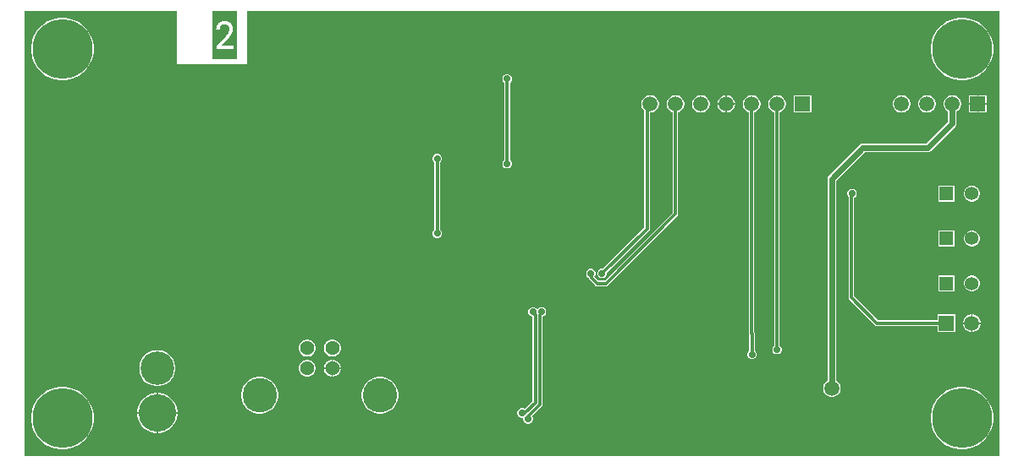
<source format=gbl>
G04*
G04 #@! TF.GenerationSoftware,Altium Limited,Altium Designer,22.11.1 (43)*
G04*
G04 Layer_Physical_Order=2*
G04 Layer_Color=16711680*
%FSLAX25Y25*%
%MOIN*%
G70*
G04*
G04 #@! TF.SameCoordinates,20756010-ACC5-4C0E-8554-74307577B851*
G04*
G04*
G04 #@! TF.FilePolarity,Positive*
G04*
G01*
G75*
%ADD10C,0.01181*%
%ADD14C,0.02362*%
%ADD56C,0.14823*%
%ADD57C,0.13228*%
%ADD58R,0.05906X0.05906*%
%ADD59C,0.05906*%
%ADD60R,0.05347X0.05347*%
%ADD61C,0.05347*%
%ADD62C,0.23622*%
%ADD63C,0.05634*%
%ADD64C,0.13583*%
%ADD65C,0.02756*%
G36*
X385024Y803D02*
X803D01*
Y176363D01*
X61024D01*
Y155512D01*
X88583D01*
Y176363D01*
X385024D01*
Y803D01*
D02*
G37*
G36*
X84646Y157480D02*
X74803D01*
Y176378D01*
X84646D01*
Y157480D01*
D02*
G37*
%LPC*%
G36*
X371048Y173728D02*
X369110D01*
X367196Y173425D01*
X365353Y172826D01*
X363626Y171947D01*
X362059Y170808D01*
X360688Y169437D01*
X359549Y167870D01*
X358670Y166143D01*
X358071Y164300D01*
X357768Y162386D01*
Y160448D01*
X358071Y158535D01*
X358670Y156692D01*
X359549Y154965D01*
X360688Y153397D01*
X362059Y152027D01*
X363626Y150888D01*
X365353Y150008D01*
X367196Y149409D01*
X369110Y149106D01*
X371048D01*
X372962Y149409D01*
X374804Y150008D01*
X376531Y150888D01*
X378099Y152027D01*
X379469Y153397D01*
X380608Y154965D01*
X381488Y156692D01*
X382087Y158535D01*
X382390Y160448D01*
Y162386D01*
X382087Y164300D01*
X381488Y166143D01*
X380608Y167870D01*
X379469Y169437D01*
X378099Y170808D01*
X376531Y171947D01*
X374804Y172826D01*
X372962Y173425D01*
X371048Y173728D01*
D02*
G37*
G36*
X16717D02*
X14779D01*
X12865Y173425D01*
X11022Y172826D01*
X9296Y171947D01*
X7728Y170808D01*
X6358Y169437D01*
X5219Y167870D01*
X4339Y166143D01*
X3740Y164300D01*
X3437Y162386D01*
Y160448D01*
X3740Y158535D01*
X4339Y156692D01*
X5219Y154965D01*
X6358Y153397D01*
X7728Y152027D01*
X9296Y150888D01*
X11022Y150008D01*
X12865Y149409D01*
X14779Y149106D01*
X16717D01*
X18631Y149409D01*
X20474Y150008D01*
X22200Y150888D01*
X23768Y152027D01*
X25138Y153397D01*
X26277Y154965D01*
X27157Y156692D01*
X27756Y158535D01*
X28059Y160448D01*
Y162386D01*
X27756Y164300D01*
X27157Y166143D01*
X26277Y167870D01*
X25138Y169437D01*
X23768Y170808D01*
X22200Y171947D01*
X20474Y172826D01*
X18631Y173425D01*
X16717Y173728D01*
D02*
G37*
G36*
X379752Y143217D02*
X376549D01*
Y140014D01*
X379752D01*
Y143217D01*
D02*
G37*
G36*
X277699D02*
X277494D01*
Y140014D01*
X280697D01*
Y140218D01*
X280462Y141096D01*
X280007Y141884D01*
X279364Y142527D01*
X278577Y142981D01*
X277699Y143217D01*
D02*
G37*
G36*
X376049D02*
X372847D01*
Y140014D01*
X376049D01*
Y143217D01*
D02*
G37*
G36*
X276994D02*
X276789D01*
X275911Y142981D01*
X275124Y142527D01*
X274481Y141884D01*
X274027Y141096D01*
X273791Y140218D01*
Y140014D01*
X276994D01*
Y143217D01*
D02*
G37*
G36*
X379752Y139514D02*
X376549D01*
Y136311D01*
X379752D01*
Y139514D01*
D02*
G37*
G36*
X376049D02*
X372847D01*
Y136311D01*
X376049D01*
Y139514D01*
D02*
G37*
G36*
X356754Y143217D02*
X355845D01*
X354966Y142981D01*
X354179Y142527D01*
X353536Y141884D01*
X353082Y141096D01*
X352847Y140218D01*
Y139309D01*
X353082Y138431D01*
X353536Y137644D01*
X354179Y137001D01*
X354966Y136546D01*
X355845Y136311D01*
X356754D01*
X357632Y136546D01*
X358419Y137001D01*
X359062Y137644D01*
X359517Y138431D01*
X359752Y139309D01*
Y140218D01*
X359517Y141096D01*
X359062Y141884D01*
X358419Y142527D01*
X357632Y142981D01*
X356754Y143217D01*
D02*
G37*
G36*
X346754D02*
X345845D01*
X344967Y142981D01*
X344179Y142527D01*
X343536Y141884D01*
X343082Y141096D01*
X342846Y140218D01*
Y139309D01*
X343082Y138431D01*
X343536Y137644D01*
X344179Y137001D01*
X344967Y136546D01*
X345845Y136311D01*
X346754D01*
X347632Y136546D01*
X348419Y137001D01*
X349062Y137644D01*
X349517Y138431D01*
X349752Y139309D01*
Y140218D01*
X349517Y141096D01*
X349062Y141884D01*
X348419Y142527D01*
X347632Y142981D01*
X346754Y143217D01*
D02*
G37*
G36*
X310697D02*
X303791D01*
Y136311D01*
X310697D01*
Y143217D01*
D02*
G37*
G36*
X280697Y139514D02*
X277494D01*
Y136311D01*
X277699D01*
X278577Y136546D01*
X279364Y137001D01*
X280007Y137644D01*
X280462Y138431D01*
X280697Y139309D01*
Y139514D01*
D02*
G37*
G36*
X276994D02*
X273791D01*
Y139309D01*
X274027Y138431D01*
X274481Y137644D01*
X275124Y137001D01*
X275911Y136546D01*
X276789Y136311D01*
X276994D01*
Y139514D01*
D02*
G37*
G36*
X267699Y143217D02*
X266790D01*
X265911Y142981D01*
X265124Y142527D01*
X264481Y141884D01*
X264027Y141096D01*
X263791Y140218D01*
Y139309D01*
X264027Y138431D01*
X264481Y137644D01*
X265124Y137001D01*
X265911Y136546D01*
X266790Y136311D01*
X267699D01*
X268577Y136546D01*
X269364Y137001D01*
X270007Y137644D01*
X270462Y138431D01*
X270697Y139309D01*
Y140218D01*
X270462Y141096D01*
X270007Y141884D01*
X269364Y142527D01*
X268577Y142981D01*
X267699Y143217D01*
D02*
G37*
G36*
X191318Y151484D02*
X190571D01*
X189881Y151198D01*
X189353Y150670D01*
X189067Y149980D01*
Y149233D01*
X189353Y148542D01*
X189833Y148062D01*
Y117686D01*
X189353Y117206D01*
X189067Y116515D01*
Y115768D01*
X189353Y115078D01*
X189881Y114550D01*
X190571Y114264D01*
X191318D01*
X192009Y114550D01*
X192537Y115078D01*
X192823Y115768D01*
Y116515D01*
X192537Y117206D01*
X192057Y117686D01*
Y148062D01*
X192537Y148542D01*
X192823Y149233D01*
Y149980D01*
X192537Y150670D01*
X192009Y151198D01*
X191318Y151484D01*
D02*
G37*
G36*
X374433Y107504D02*
X373598D01*
X372791Y107288D01*
X372067Y106870D01*
X371477Y106279D01*
X371059Y105555D01*
X370843Y104748D01*
Y103913D01*
X371059Y103106D01*
X371477Y102382D01*
X372067Y101792D01*
X372791Y101374D01*
X373598Y101157D01*
X374433D01*
X375241Y101374D01*
X375964Y101792D01*
X376555Y102382D01*
X376973Y103106D01*
X377189Y103913D01*
Y104748D01*
X376973Y105555D01*
X376555Y106279D01*
X375964Y106870D01*
X375241Y107288D01*
X374433Y107504D01*
D02*
G37*
G36*
X367189D02*
X360842D01*
Y101157D01*
X367189D01*
Y107504D01*
D02*
G37*
G36*
X163759Y119988D02*
X163012D01*
X162322Y119702D01*
X161794Y119174D01*
X161508Y118484D01*
Y117737D01*
X161794Y117046D01*
X162274Y116566D01*
Y90127D01*
X161794Y89647D01*
X161508Y88956D01*
Y88209D01*
X161794Y87519D01*
X162322Y86991D01*
X163012Y86705D01*
X163759D01*
X164450Y86991D01*
X164978Y87519D01*
X165264Y88209D01*
Y88956D01*
X164978Y89647D01*
X164498Y90127D01*
Y116566D01*
X164978Y117046D01*
X165264Y117737D01*
Y118484D01*
X164978Y119174D01*
X164450Y119702D01*
X163759Y119988D01*
D02*
G37*
G36*
X374433Y89787D02*
X373598D01*
X372791Y89571D01*
X372067Y89153D01*
X371477Y88563D01*
X371059Y87839D01*
X370843Y87032D01*
Y86196D01*
X371059Y85389D01*
X371477Y84666D01*
X372067Y84075D01*
X372791Y83657D01*
X373598Y83441D01*
X374433D01*
X375241Y83657D01*
X375964Y84075D01*
X376555Y84666D01*
X376973Y85389D01*
X377189Y86196D01*
Y87032D01*
X376973Y87839D01*
X376555Y88563D01*
X375964Y89153D01*
X375241Y89571D01*
X374433Y89787D01*
D02*
G37*
G36*
X367189D02*
X360842D01*
Y83441D01*
X367189D01*
Y89787D01*
D02*
G37*
G36*
X247699Y143217D02*
X246790D01*
X245911Y142981D01*
X245124Y142527D01*
X244481Y141884D01*
X244027Y141096D01*
X243791Y140218D01*
Y139309D01*
X244027Y138431D01*
X244481Y137644D01*
X245028Y137097D01*
X244951Y136710D01*
X244951Y136710D01*
Y91012D01*
X228652Y74713D01*
X227973D01*
X227283Y74427D01*
X226754Y73898D01*
X226468Y73208D01*
Y72461D01*
X226754Y71771D01*
X227283Y71243D01*
X227973Y70957D01*
X228720D01*
X229410Y71243D01*
X229939Y71771D01*
X230224Y72461D01*
Y73140D01*
X246849Y89765D01*
X246849Y89765D01*
X247090Y90126D01*
X247175Y90551D01*
X247175Y90551D01*
Y136273D01*
X247200Y136311D01*
X247699D01*
X248577Y136546D01*
X249364Y137001D01*
X250007Y137644D01*
X250462Y138431D01*
X250697Y139309D01*
Y140218D01*
X250462Y141096D01*
X250007Y141884D01*
X249364Y142527D01*
X248577Y142981D01*
X247699Y143217D01*
D02*
G37*
G36*
X257699D02*
X256789D01*
X255911Y142981D01*
X255124Y142527D01*
X254481Y141884D01*
X254027Y141096D01*
X253791Y140218D01*
Y139309D01*
X254027Y138431D01*
X254481Y137644D01*
X255124Y137001D01*
X255911Y136546D01*
X256132Y136487D01*
Y96733D01*
X229408Y70010D01*
X226838D01*
X225323Y71525D01*
Y71592D01*
X225501Y71771D01*
X225787Y72461D01*
Y73208D01*
X225501Y73898D01*
X224973Y74427D01*
X224283Y74713D01*
X223536D01*
X222846Y74427D01*
X222317Y73898D01*
X222031Y73208D01*
Y72461D01*
X222317Y71771D01*
X222846Y71243D01*
X223099Y71138D01*
Y71065D01*
X223099Y71065D01*
X223183Y70639D01*
X223425Y70279D01*
X225592Y68111D01*
X225952Y67870D01*
X226378Y67786D01*
X226378Y67786D01*
X229869D01*
X229869Y67786D01*
X230294Y67870D01*
X230655Y68111D01*
X258030Y95486D01*
X258030Y95486D01*
X258271Y95847D01*
X258356Y96273D01*
Y136487D01*
X258577Y136546D01*
X259364Y137001D01*
X260007Y137644D01*
X260461Y138431D01*
X260697Y139309D01*
Y140218D01*
X260461Y141096D01*
X260007Y141884D01*
X259364Y142527D01*
X258577Y142981D01*
X257699Y143217D01*
D02*
G37*
G36*
X374433Y72071D02*
X373598D01*
X372791Y71855D01*
X372067Y71437D01*
X371477Y70846D01*
X371059Y70122D01*
X370843Y69315D01*
Y68480D01*
X371059Y67673D01*
X371477Y66949D01*
X372067Y66358D01*
X372791Y65941D01*
X373598Y65724D01*
X374433D01*
X375241Y65941D01*
X375964Y66358D01*
X376555Y66949D01*
X376973Y67673D01*
X377189Y68480D01*
Y69315D01*
X376973Y70122D01*
X376555Y70846D01*
X375964Y71437D01*
X375241Y71855D01*
X374433Y72071D01*
D02*
G37*
G36*
X367189D02*
X360842D01*
Y65724D01*
X367189D01*
Y72071D01*
D02*
G37*
G36*
X204852Y59548D02*
X204104D01*
X203414Y59262D01*
X202886Y58734D01*
X202487Y58989D01*
X202287Y59189D01*
X201596Y59475D01*
X200849D01*
X200159Y59189D01*
X199631Y58661D01*
X199345Y57971D01*
Y57224D01*
X199631Y56534D01*
X200159Y56005D01*
X200849Y55719D01*
X200952D01*
Y22277D01*
X197949Y19274D01*
X197914Y19309D01*
X197224Y19594D01*
X196477D01*
X195787Y19309D01*
X195258Y18780D01*
X194973Y18090D01*
Y17343D01*
X195258Y16653D01*
X195787Y16125D01*
X196477Y15839D01*
X196813D01*
X197229Y15793D01*
X197275Y15377D01*
Y15041D01*
X197561Y14351D01*
X198089Y13822D01*
X198779Y13536D01*
X199526D01*
X200217Y13822D01*
X200745Y14351D01*
X201031Y15041D01*
Y15788D01*
X200745Y16478D01*
X200710Y16513D01*
X204531Y20334D01*
X204772Y20695D01*
X204857Y21120D01*
X204857Y21120D01*
Y55795D01*
X205542Y56078D01*
X206070Y56606D01*
X206356Y57297D01*
Y58044D01*
X206070Y58734D01*
X205542Y59262D01*
X204852Y59548D01*
D02*
G37*
G36*
X374470Y56602D02*
X374266D01*
Y53400D01*
X377468D01*
Y53604D01*
X377233Y54482D01*
X376779Y55270D01*
X376136Y55913D01*
X375348Y56367D01*
X374470Y56602D01*
D02*
G37*
G36*
X373766D02*
X373561D01*
X372683Y56367D01*
X371896Y55913D01*
X371253Y55270D01*
X370798Y54482D01*
X370563Y53604D01*
Y53400D01*
X373766D01*
Y56602D01*
D02*
G37*
G36*
X377468Y52900D02*
X374266D01*
Y49697D01*
X374470D01*
X375348Y49932D01*
X376136Y50387D01*
X376779Y51030D01*
X377233Y51817D01*
X377468Y52695D01*
Y52900D01*
D02*
G37*
G36*
X373766D02*
X370563D01*
Y52695D01*
X370798Y51817D01*
X371253Y51030D01*
X371896Y50387D01*
X372683Y49932D01*
X373561Y49697D01*
X373766D01*
Y52900D01*
D02*
G37*
G36*
X327145Y106209D02*
X326398D01*
X325708Y105923D01*
X325180Y105394D01*
X324894Y104704D01*
Y103957D01*
X325180Y103267D01*
X325367Y103080D01*
Y63285D01*
X325367Y63285D01*
X325451Y62860D01*
X325692Y62499D01*
X335828Y52363D01*
X336189Y52122D01*
X336614Y52038D01*
X336614Y52038D01*
X360563D01*
Y49697D01*
X367469D01*
Y56602D01*
X360563D01*
Y54261D01*
X337075D01*
X327590Y63746D01*
Y102637D01*
X327835Y102739D01*
X328364Y103267D01*
X328650Y103957D01*
Y104704D01*
X328364Y105394D01*
X327835Y105923D01*
X327145Y106209D01*
D02*
G37*
G36*
X297699Y143217D02*
X296790D01*
X295911Y142981D01*
X295124Y142527D01*
X294481Y141884D01*
X294027Y141096D01*
X293791Y140218D01*
Y139309D01*
X294027Y138431D01*
X294481Y137644D01*
X295124Y137001D01*
X295911Y136546D01*
X296132Y136487D01*
Y44351D01*
X295652Y43871D01*
X295366Y43181D01*
Y42434D01*
X295652Y41743D01*
X296180Y41215D01*
X296870Y40929D01*
X297618D01*
X298308Y41215D01*
X298836Y41743D01*
X299122Y42434D01*
Y43181D01*
X298836Y43871D01*
X298356Y44351D01*
Y136487D01*
X298577Y136546D01*
X299364Y137001D01*
X300007Y137644D01*
X300462Y138431D01*
X300697Y139309D01*
Y140218D01*
X300462Y141096D01*
X300007Y141884D01*
X299364Y142527D01*
X298577Y142981D01*
X297699Y143217D01*
D02*
G37*
G36*
X122484Y46624D02*
X121611D01*
X120767Y46398D01*
X120011Y45961D01*
X119393Y45344D01*
X118956Y44587D01*
X118730Y43744D01*
Y42870D01*
X118956Y42027D01*
X119393Y41270D01*
X120011Y40653D01*
X120767Y40216D01*
X121611Y39990D01*
X122484D01*
X123328Y40216D01*
X124084Y40653D01*
X124701Y41270D01*
X125138Y42027D01*
X125364Y42870D01*
Y43744D01*
X125138Y44587D01*
X124701Y45344D01*
X124084Y45961D01*
X123328Y46398D01*
X122484Y46624D01*
D02*
G37*
G36*
X112641D02*
X111768D01*
X110924Y46398D01*
X110168Y45961D01*
X109550Y45344D01*
X109114Y44587D01*
X108888Y43744D01*
Y42870D01*
X109114Y42027D01*
X109550Y41270D01*
X110168Y40653D01*
X110924Y40216D01*
X111768Y39990D01*
X112641D01*
X113485Y40216D01*
X114241Y40653D01*
X114859Y41270D01*
X115296Y42027D01*
X115522Y42870D01*
Y43744D01*
X115296Y44587D01*
X114859Y45344D01*
X114241Y45961D01*
X113485Y46398D01*
X112641Y46624D01*
D02*
G37*
G36*
X287699Y143217D02*
X286789D01*
X285911Y142981D01*
X285124Y142527D01*
X284481Y141884D01*
X284027Y141096D01*
X283791Y140218D01*
Y139309D01*
X284027Y138431D01*
X284481Y137644D01*
X285124Y137001D01*
X285911Y136546D01*
X286132Y136487D01*
Y49185D01*
X286132Y49185D01*
X286217Y48760D01*
X286290Y48651D01*
Y42382D01*
X285809Y41902D01*
X285524Y41212D01*
Y40465D01*
X285809Y39775D01*
X286338Y39246D01*
X287028Y38961D01*
X287775D01*
X288465Y39246D01*
X288994Y39775D01*
X289280Y40465D01*
Y41212D01*
X288994Y41902D01*
X288513Y42382D01*
Y49028D01*
X288513Y49028D01*
X288429Y49453D01*
X288356Y49562D01*
Y136487D01*
X288577Y136546D01*
X289364Y137001D01*
X290007Y137644D01*
X290461Y138431D01*
X290697Y139309D01*
Y140218D01*
X290461Y141096D01*
X290007Y141884D01*
X289364Y142527D01*
X288577Y142981D01*
X287699Y143217D01*
D02*
G37*
G36*
X122484Y38750D02*
X122297D01*
Y35683D01*
X125364D01*
Y35870D01*
X125138Y36713D01*
X124701Y37470D01*
X124084Y38087D01*
X123328Y38524D01*
X122484Y38750D01*
D02*
G37*
G36*
X121797D02*
X121611D01*
X120767Y38524D01*
X120011Y38087D01*
X119393Y37470D01*
X118956Y36713D01*
X118730Y35870D01*
Y35683D01*
X121797D01*
Y38750D01*
D02*
G37*
G36*
X125364Y35183D02*
X122297D01*
Y32116D01*
X122484D01*
X123328Y32342D01*
X124084Y32779D01*
X124701Y33396D01*
X125138Y34153D01*
X125364Y34996D01*
Y35183D01*
D02*
G37*
G36*
X121797D02*
X118730D01*
Y34996D01*
X118956Y34153D01*
X119393Y33396D01*
X120011Y32779D01*
X120767Y32342D01*
X121611Y32116D01*
X121797D01*
Y35183D01*
D02*
G37*
G36*
X112641Y38750D02*
X111768D01*
X110924Y38524D01*
X110168Y38087D01*
X109550Y37470D01*
X109114Y36713D01*
X108888Y35870D01*
Y34996D01*
X109114Y34153D01*
X109550Y33396D01*
X110168Y32779D01*
X110924Y32342D01*
X111768Y32116D01*
X112641D01*
X113485Y32342D01*
X114241Y32779D01*
X114859Y33396D01*
X115296Y34153D01*
X115522Y34996D01*
Y35870D01*
X115296Y36713D01*
X114859Y37470D01*
X114241Y38087D01*
X113485Y38524D01*
X112641Y38750D01*
D02*
G37*
G36*
X53850Y42547D02*
X52449D01*
X51074Y42274D01*
X49780Y41738D01*
X48615Y40959D01*
X47624Y39968D01*
X46845Y38803D01*
X46309Y37508D01*
X46035Y36134D01*
Y34732D01*
X46309Y33358D01*
X46845Y32063D01*
X47624Y30898D01*
X48615Y29907D01*
X49780Y29129D01*
X51074Y28592D01*
X52449Y28319D01*
X53850D01*
X55225Y28592D01*
X56519Y29129D01*
X57685Y29907D01*
X58675Y30898D01*
X59454Y32063D01*
X59990Y33358D01*
X60264Y34732D01*
Y36134D01*
X59990Y37508D01*
X59454Y38803D01*
X58675Y39968D01*
X57685Y40959D01*
X56519Y41738D01*
X55225Y42274D01*
X53850Y42547D01*
D02*
G37*
G36*
X366754Y143217D02*
X365845D01*
X364967Y142981D01*
X364179Y142527D01*
X363536Y141884D01*
X363082Y141096D01*
X362846Y140218D01*
Y139309D01*
X363082Y138431D01*
X363536Y137644D01*
X364179Y137001D01*
X364585Y136767D01*
Y132757D01*
X355884Y124056D01*
X331003D01*
X330347Y123925D01*
X329791Y123554D01*
X317686Y111448D01*
X317314Y110892D01*
X317184Y110236D01*
Y30556D01*
X316778Y30322D01*
X316135Y29679D01*
X315680Y28892D01*
X315445Y28014D01*
Y27104D01*
X315680Y26226D01*
X316135Y25439D01*
X316778Y24796D01*
X317565Y24342D01*
X318443Y24106D01*
X319352D01*
X320230Y24342D01*
X321018Y24796D01*
X321660Y25439D01*
X322115Y26226D01*
X322350Y27104D01*
Y28014D01*
X322115Y28892D01*
X321660Y29679D01*
X321018Y30322D01*
X320612Y30556D01*
Y109526D01*
X331713Y120628D01*
X356594D01*
X357250Y120758D01*
X357806Y121130D01*
X367511Y130835D01*
X367883Y131391D01*
X368013Y132047D01*
Y136767D01*
X368419Y137001D01*
X369062Y137644D01*
X369517Y138431D01*
X369752Y139309D01*
Y140218D01*
X369517Y141096D01*
X369062Y141884D01*
X368419Y142527D01*
X367632Y142981D01*
X366754Y143217D01*
D02*
G37*
G36*
X53929Y25628D02*
X53400D01*
Y17966D01*
X61061D01*
Y18496D01*
X60757Y20024D01*
X60161Y21464D01*
X59295Y22760D01*
X58193Y23862D01*
X56897Y24727D01*
X55457Y25324D01*
X53929Y25628D01*
D02*
G37*
G36*
X52900D02*
X52370D01*
X50842Y25324D01*
X49402Y24727D01*
X48106Y23862D01*
X47004Y22760D01*
X46139Y21464D01*
X45542Y20024D01*
X45238Y18496D01*
Y17966D01*
X52900D01*
Y25628D01*
D02*
G37*
G36*
X141545Y32055D02*
X140109D01*
X138700Y31775D01*
X137373Y31225D01*
X136179Y30427D01*
X135163Y29412D01*
X134365Y28218D01*
X133816Y26891D01*
X133535Y25482D01*
Y24046D01*
X133816Y22637D01*
X134365Y21310D01*
X135163Y20116D01*
X136179Y19100D01*
X137373Y18302D01*
X138700Y17753D01*
X140109Y17472D01*
X141545D01*
X142954Y17753D01*
X144281Y18302D01*
X145475Y19100D01*
X146490Y20116D01*
X147288Y21310D01*
X147838Y22637D01*
X148118Y24046D01*
Y25482D01*
X147838Y26891D01*
X147288Y28218D01*
X146490Y29412D01*
X145475Y30427D01*
X144281Y31225D01*
X142954Y31775D01*
X141545Y32055D01*
D02*
G37*
G36*
X94143D02*
X92707D01*
X91298Y31775D01*
X89972Y31225D01*
X88777Y30427D01*
X87762Y29412D01*
X86964Y28218D01*
X86414Y26891D01*
X86134Y25482D01*
Y24046D01*
X86414Y22637D01*
X86964Y21310D01*
X87762Y20116D01*
X88777Y19100D01*
X89972Y18302D01*
X91298Y17753D01*
X92707Y17472D01*
X94143D01*
X95552Y17753D01*
X96879Y18302D01*
X98073Y19100D01*
X99089Y20116D01*
X99887Y21310D01*
X100436Y22637D01*
X100716Y24046D01*
Y25482D01*
X100436Y26891D01*
X99887Y28218D01*
X99089Y29412D01*
X98073Y30427D01*
X96879Y31225D01*
X95552Y31775D01*
X94143Y32055D01*
D02*
G37*
G36*
X61061Y17467D02*
X53400D01*
Y9805D01*
X53929D01*
X55457Y10109D01*
X56897Y10706D01*
X58193Y11571D01*
X59295Y12673D01*
X60161Y13969D01*
X60757Y15409D01*
X61061Y16937D01*
Y17467D01*
D02*
G37*
G36*
X52900D02*
X45238D01*
Y16937D01*
X45542Y15409D01*
X46139Y13969D01*
X47004Y12673D01*
X48106Y11571D01*
X49402Y10706D01*
X50842Y10109D01*
X52370Y9805D01*
X52900D01*
Y17467D01*
D02*
G37*
G36*
X371048Y28059D02*
X369110D01*
X367196Y27756D01*
X365353Y27157D01*
X363626Y26277D01*
X362059Y25138D01*
X360688Y23768D01*
X359549Y22200D01*
X358670Y20474D01*
X358071Y18631D01*
X357768Y16717D01*
Y14779D01*
X358071Y12865D01*
X358670Y11022D01*
X359549Y9296D01*
X360688Y7728D01*
X362059Y6358D01*
X363626Y5219D01*
X365353Y4339D01*
X367196Y3740D01*
X369110Y3437D01*
X371048D01*
X372962Y3740D01*
X374804Y4339D01*
X376531Y5219D01*
X378099Y6358D01*
X379469Y7728D01*
X380608Y9296D01*
X381488Y11022D01*
X382087Y12865D01*
X382390Y14779D01*
Y16717D01*
X382087Y18631D01*
X381488Y20474D01*
X380608Y22200D01*
X379469Y23768D01*
X378099Y25138D01*
X376531Y26277D01*
X374804Y27157D01*
X372962Y27756D01*
X371048Y28059D01*
D02*
G37*
G36*
X16717D02*
X14779D01*
X12865Y27756D01*
X11022Y27157D01*
X9296Y26277D01*
X7728Y25138D01*
X6358Y23768D01*
X5219Y22200D01*
X4339Y20474D01*
X3740Y18631D01*
X3437Y16717D01*
Y14779D01*
X3740Y12865D01*
X4339Y11022D01*
X5219Y9296D01*
X6358Y7728D01*
X7728Y6358D01*
X9296Y5219D01*
X11022Y4339D01*
X12865Y3740D01*
X14779Y3437D01*
X16717D01*
X18631Y3740D01*
X20474Y4339D01*
X22200Y5219D01*
X23768Y6358D01*
X25138Y7728D01*
X26277Y9296D01*
X27157Y11022D01*
X27756Y12865D01*
X28059Y14779D01*
Y16717D01*
X27756Y18631D01*
X27157Y20474D01*
X26277Y22200D01*
X25138Y23768D01*
X23768Y25138D01*
X22200Y26277D01*
X20474Y27157D01*
X18631Y27756D01*
X16717Y28059D01*
D02*
G37*
G36*
X79806Y172443D02*
X79664D01*
X79391Y172432D01*
X79140Y172411D01*
X78899Y172367D01*
X78670Y172312D01*
X78462Y172247D01*
X78265Y172170D01*
X78090Y172094D01*
X77926Y172017D01*
X77784Y171930D01*
X77653Y171853D01*
X77544Y171777D01*
X77456Y171711D01*
X77380Y171656D01*
X77336Y171613D01*
X77303Y171591D01*
X77293Y171580D01*
X77140Y171416D01*
X76997Y171230D01*
X76877Y171044D01*
X76768Y170847D01*
X76680Y170651D01*
X76604Y170465D01*
X76538Y170268D01*
X76484Y170082D01*
X76451Y169919D01*
X76418Y169755D01*
X76385Y169612D01*
X76374Y169481D01*
X76363Y169383D01*
X76353Y169306D01*
Y169241D01*
X77697D01*
X77708Y169405D01*
X77719Y169569D01*
X77784Y169853D01*
X77861Y170104D01*
X77959Y170323D01*
X78014Y170410D01*
X78058Y170487D01*
X78101Y170552D01*
X78145Y170607D01*
X78178Y170651D01*
X78200Y170684D01*
X78211Y170694D01*
X78221Y170705D01*
X78331Y170804D01*
X78440Y170891D01*
X78549Y170957D01*
X78670Y171022D01*
X78910Y171121D01*
X79140Y171186D01*
X79347Y171219D01*
X79435Y171241D01*
X79511D01*
X79577Y171252D01*
X79664D01*
X79828Y171241D01*
X79970Y171230D01*
X80255Y171165D01*
X80484Y171088D01*
X80692Y170990D01*
X80845Y170891D01*
X80910Y170837D01*
X80954Y170804D01*
X80998Y170771D01*
X81031Y170738D01*
X81042Y170727D01*
X81052Y170716D01*
X81140Y170618D01*
X81227Y170509D01*
X81358Y170268D01*
X81446Y170039D01*
X81511Y169809D01*
X81555Y169612D01*
X81566Y169525D01*
Y169448D01*
X81577Y169383D01*
Y169339D01*
Y169306D01*
Y169296D01*
X81566Y169066D01*
X81522Y168836D01*
X81479Y168618D01*
X81413Y168421D01*
X81358Y168257D01*
X81326Y168192D01*
X81304Y168126D01*
X81282Y168082D01*
X81260Y168050D01*
X81249Y168028D01*
Y168017D01*
X81184Y167896D01*
X81107Y167765D01*
X80932Y167503D01*
X80746Y167252D01*
X80561Y167022D01*
X80397Y166825D01*
X80320Y166738D01*
X80255Y166661D01*
X80200Y166607D01*
X80156Y166552D01*
X80134Y166530D01*
X80123Y166519D01*
X76506Y162650D01*
Y161415D01*
X83074D01*
Y162628D01*
X78123D01*
X81063Y165700D01*
X81249Y165896D01*
X81424Y166093D01*
X81577Y166279D01*
X81719Y166465D01*
X81861Y166629D01*
X81971Y166793D01*
X82080Y166946D01*
X82178Y167077D01*
X82255Y167208D01*
X82331Y167317D01*
X82386Y167415D01*
X82430Y167492D01*
X82473Y167558D01*
X82495Y167601D01*
X82517Y167634D01*
Y167645D01*
X82659Y167962D01*
X82768Y168268D01*
X82845Y168541D01*
X82889Y168793D01*
X82911Y168902D01*
X82921Y168989D01*
X82932Y169077D01*
Y169153D01*
X82943Y169208D01*
Y169252D01*
Y169274D01*
Y169284D01*
X82932Y169547D01*
X82911Y169798D01*
X82867Y170039D01*
X82801Y170257D01*
X82736Y170465D01*
X82659Y170651D01*
X82583Y170826D01*
X82506Y170979D01*
X82419Y171121D01*
X82342Y171241D01*
X82266Y171350D01*
X82200Y171438D01*
X82145Y171503D01*
X82102Y171547D01*
X82069Y171580D01*
X82058Y171591D01*
X81883Y171744D01*
X81697Y171875D01*
X81511Y171984D01*
X81315Y172083D01*
X81107Y172170D01*
X80910Y172236D01*
X80714Y172290D01*
X80528Y172334D01*
X80353Y172367D01*
X80189Y172400D01*
X80047Y172422D01*
X79916Y172432D01*
X79806Y172443D01*
D02*
G37*
%LPD*%
D10*
X163386Y88583D02*
Y118110D01*
X326479Y63285D02*
Y104038D01*
X326772Y104331D01*
X326479Y63285D02*
X336614Y53150D01*
X364016D01*
X196850Y17717D02*
X197152Y18018D01*
X198265D01*
X202064Y21817D01*
X364016Y53150D02*
X364016Y53150D01*
X190945Y116142D02*
Y149606D01*
X223909Y72835D02*
X224211Y72533D01*
Y71065D02*
X226378Y68898D01*
X224211Y71065D02*
Y72533D01*
X226378Y68898D02*
X229869D01*
X257244Y96273D01*
X246063Y90551D02*
Y136710D01*
X228346Y72835D02*
X246063Y90551D01*
X246340Y138860D02*
X247244Y139764D01*
X246340Y136987D02*
Y138860D01*
X246063Y136710D02*
X246340Y136987D01*
X257244Y96273D02*
Y139764D01*
X297244Y42807D02*
Y139764D01*
X287402Y40839D02*
Y49028D01*
X202064Y21817D02*
Y56330D01*
X201223Y57171D02*
X202064Y56330D01*
X201223Y57171D02*
Y57597D01*
X287244Y49185D02*
Y139764D01*
Y49185D02*
X287402Y49028D01*
X203745Y21120D02*
Y56511D01*
X204478Y57244D01*
Y57670D01*
X199153Y15414D02*
X199454Y15716D01*
Y16829D01*
X203745Y21120D01*
D14*
X318898Y110236D02*
X331003Y122342D01*
X318898Y27559D02*
Y110236D01*
X331003Y122342D02*
X356594D01*
X366299Y132047D02*
Y139764D01*
X356594Y122342D02*
X366299Y132047D01*
D56*
X53150Y17717D02*
D03*
D57*
Y35433D02*
D03*
D58*
X364016Y53150D02*
D03*
X376299Y139764D02*
D03*
X307244D02*
D03*
D59*
X374016Y53150D02*
D03*
X346299Y139764D02*
D03*
X356299D02*
D03*
X366299D02*
D03*
X247244D02*
D03*
X257244D02*
D03*
X267244D02*
D03*
X277244D02*
D03*
X297244D02*
D03*
X287244D02*
D03*
X318898Y27559D02*
D03*
D60*
X364016Y104331D02*
D03*
Y86614D02*
D03*
Y68898D02*
D03*
D61*
X374016Y104331D02*
D03*
Y86614D02*
D03*
Y68898D02*
D03*
D62*
X15748Y161417D02*
D03*
X370079D02*
D03*
Y15748D02*
D03*
X15748D02*
D03*
D63*
X122047Y43307D02*
D03*
X112205D02*
D03*
Y35433D02*
D03*
X122047D02*
D03*
D64*
X93425Y24764D02*
D03*
X140827D02*
D03*
D65*
X161417Y72835D02*
D03*
X163386Y118110D02*
D03*
X159449Y106299D02*
D03*
X326772Y104331D02*
D03*
X196850Y17717D02*
D03*
X163386Y88583D02*
D03*
X190945Y149606D02*
D03*
X228346Y72835D02*
D03*
X223909D02*
D03*
Y93588D02*
D03*
X297244Y42807D02*
D03*
X287402Y40839D02*
D03*
X201223Y57597D02*
D03*
X207102Y55331D02*
D03*
X204478Y57670D02*
D03*
X199153Y15414D02*
D03*
X108268Y88583D02*
D03*
X131890Y92520D02*
D03*
X124016Y64961D02*
D03*
X53150Y55118D02*
D03*
X33465Y51181D02*
D03*
X143701Y153543D02*
D03*
X190945Y116142D02*
D03*
X202756Y122047D02*
D03*
X187008Y125984D02*
D03*
M02*

</source>
